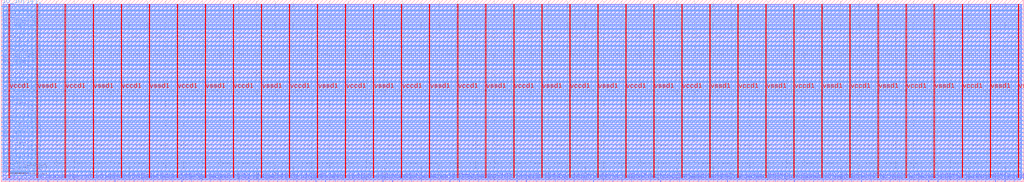
<source format=lef>
VERSION 5.7 ;
  NOWIREEXTENSIONATPIN ON ;
  DIVIDERCHAR "/" ;
  BUSBITCHARS "[]" ;
MACRO test_mixer
  CLASS BLOCK ;
  FOREIGN test_mixer ;
  ORIGIN 0.000 0.000 ;
  SIZE 2800.000 BY 500.000 ;
  PIN io_in[0]
    DIRECTION INPUT ;
    USE SIGNAL ;
    PORT
      LAYER met3 ;
        RECT 2796.000 25.880 2800.000 26.480 ;
    END
  END io_in[0]
  PIN io_in[10]
    DIRECTION INPUT ;
    USE SIGNAL ;
    PORT
      LAYER met3 ;
        RECT 2796.000 352.280 2800.000 352.880 ;
    END
  END io_in[10]
  PIN io_in[11]
    DIRECTION INPUT ;
    USE SIGNAL ;
    PORT
      LAYER met3 ;
        RECT 2796.000 384.920 2800.000 385.520 ;
    END
  END io_in[11]
  PIN io_in[12]
    DIRECTION INPUT ;
    USE SIGNAL ;
    PORT
      LAYER met3 ;
        RECT 2796.000 417.560 2800.000 418.160 ;
    END
  END io_in[12]
  PIN io_in[13]
    DIRECTION INPUT ;
    USE SIGNAL ;
    PORT
      LAYER met3 ;
        RECT 2796.000 450.200 2800.000 450.800 ;
    END
  END io_in[13]
  PIN io_in[14]
    DIRECTION INPUT ;
    USE SIGNAL ;
    PORT
      LAYER met3 ;
        RECT 0.000 481.480 4.000 482.080 ;
    END
  END io_in[14]
  PIN io_in[15]
    DIRECTION INPUT ;
    USE SIGNAL ;
    PORT
      LAYER met3 ;
        RECT 0.000 444.760 4.000 445.360 ;
    END
  END io_in[15]
  PIN io_in[16]
    DIRECTION INPUT ;
    USE SIGNAL ;
    PORT
      LAYER met3 ;
        RECT 0.000 408.040 4.000 408.640 ;
    END
  END io_in[16]
  PIN io_in[17]
    DIRECTION INPUT ;
    USE SIGNAL ;
    PORT
      LAYER met3 ;
        RECT 0.000 371.320 4.000 371.920 ;
    END
  END io_in[17]
  PIN io_in[18]
    DIRECTION INPUT ;
    USE SIGNAL ;
    PORT
      LAYER met3 ;
        RECT 0.000 334.600 4.000 335.200 ;
    END
  END io_in[18]
  PIN io_in[19]
    DIRECTION INPUT ;
    USE SIGNAL ;
    PORT
      LAYER met3 ;
        RECT 0.000 297.880 4.000 298.480 ;
    END
  END io_in[19]
  PIN io_in[1]
    DIRECTION INPUT ;
    USE SIGNAL ;
    PORT
      LAYER met3 ;
        RECT 2796.000 58.520 2800.000 59.120 ;
    END
  END io_in[1]
  PIN io_in[20]
    DIRECTION INPUT ;
    USE SIGNAL ;
    PORT
      LAYER met3 ;
        RECT 0.000 261.160 4.000 261.760 ;
    END
  END io_in[20]
  PIN io_in[21]
    DIRECTION INPUT ;
    USE SIGNAL ;
    PORT
      LAYER met3 ;
        RECT 0.000 224.440 4.000 225.040 ;
    END
  END io_in[21]
  PIN io_in[22]
    DIRECTION INPUT ;
    USE SIGNAL ;
    PORT
      LAYER met3 ;
        RECT 0.000 187.720 4.000 188.320 ;
    END
  END io_in[22]
  PIN io_in[23]
    DIRECTION INPUT ;
    USE SIGNAL ;
    PORT
      LAYER met3 ;
        RECT 0.000 151.000 4.000 151.600 ;
    END
  END io_in[23]
  PIN io_in[24]
    DIRECTION INPUT ;
    USE SIGNAL ;
    PORT
      LAYER met3 ;
        RECT 0.000 114.280 4.000 114.880 ;
    END
  END io_in[24]
  PIN io_in[25]
    DIRECTION INPUT ;
    USE SIGNAL ;
    PORT
      LAYER met3 ;
        RECT 0.000 77.560 4.000 78.160 ;
    END
  END io_in[25]
  PIN io_in[26]
    DIRECTION INPUT ;
    USE SIGNAL ;
    PORT
      LAYER met3 ;
        RECT 0.000 40.840 4.000 41.440 ;
    END
  END io_in[26]
  PIN io_in[2]
    DIRECTION INPUT ;
    USE SIGNAL ;
    PORT
      LAYER met3 ;
        RECT 2796.000 91.160 2800.000 91.760 ;
    END
  END io_in[2]
  PIN io_in[3]
    DIRECTION INPUT ;
    USE SIGNAL ;
    PORT
      LAYER met3 ;
        RECT 2796.000 123.800 2800.000 124.400 ;
    END
  END io_in[3]
  PIN io_in[4]
    DIRECTION INPUT ;
    USE SIGNAL ;
    PORT
      LAYER met3 ;
        RECT 2796.000 156.440 2800.000 157.040 ;
    END
  END io_in[4]
  PIN io_in[5]
    DIRECTION INPUT ;
    USE SIGNAL ;
    PORT
      LAYER met3 ;
        RECT 2796.000 189.080 2800.000 189.680 ;
    END
  END io_in[5]
  PIN io_in[6]
    DIRECTION INPUT ;
    USE SIGNAL ;
    PORT
      LAYER met3 ;
        RECT 2796.000 221.720 2800.000 222.320 ;
    END
  END io_in[6]
  PIN io_in[7]
    DIRECTION INPUT ;
    USE SIGNAL ;
    ANTENNAGATEAREA 0.990000 ;
    PORT
      LAYER met3 ;
        RECT 2796.000 254.360 2800.000 254.960 ;
    END
  END io_in[7]
  PIN io_in[8]
    DIRECTION INPUT ;
    USE SIGNAL ;
    PORT
      LAYER met3 ;
        RECT 2796.000 287.000 2800.000 287.600 ;
    END
  END io_in[8]
  PIN io_in[9]
    DIRECTION INPUT ;
    USE SIGNAL ;
    PORT
      LAYER met3 ;
        RECT 2796.000 319.640 2800.000 320.240 ;
    END
  END io_in[9]
  PIN io_oeb[0]
    DIRECTION OUTPUT TRISTATE ;
    USE SIGNAL ;
    PORT
      LAYER met3 ;
        RECT 2796.000 47.640 2800.000 48.240 ;
    END
  END io_oeb[0]
  PIN io_oeb[10]
    DIRECTION OUTPUT TRISTATE ;
    USE SIGNAL ;
    PORT
      LAYER met3 ;
        RECT 2796.000 374.040 2800.000 374.640 ;
    END
  END io_oeb[10]
  PIN io_oeb[11]
    DIRECTION OUTPUT TRISTATE ;
    USE SIGNAL ;
    PORT
      LAYER met3 ;
        RECT 2796.000 406.680 2800.000 407.280 ;
    END
  END io_oeb[11]
  PIN io_oeb[12]
    DIRECTION OUTPUT TRISTATE ;
    USE SIGNAL ;
    PORT
      LAYER met3 ;
        RECT 2796.000 439.320 2800.000 439.920 ;
    END
  END io_oeb[12]
  PIN io_oeb[13]
    DIRECTION OUTPUT TRISTATE ;
    USE SIGNAL ;
    PORT
      LAYER met3 ;
        RECT 2796.000 471.960 2800.000 472.560 ;
    END
  END io_oeb[13]
  PIN io_oeb[14]
    DIRECTION OUTPUT TRISTATE ;
    USE SIGNAL ;
    PORT
      LAYER met3 ;
        RECT 0.000 457.000 4.000 457.600 ;
    END
  END io_oeb[14]
  PIN io_oeb[15]
    DIRECTION OUTPUT TRISTATE ;
    USE SIGNAL ;
    PORT
      LAYER met3 ;
        RECT 0.000 420.280 4.000 420.880 ;
    END
  END io_oeb[15]
  PIN io_oeb[16]
    DIRECTION OUTPUT TRISTATE ;
    USE SIGNAL ;
    PORT
      LAYER met3 ;
        RECT 0.000 383.560 4.000 384.160 ;
    END
  END io_oeb[16]
  PIN io_oeb[17]
    DIRECTION OUTPUT TRISTATE ;
    USE SIGNAL ;
    PORT
      LAYER met3 ;
        RECT 0.000 346.840 4.000 347.440 ;
    END
  END io_oeb[17]
  PIN io_oeb[18]
    DIRECTION OUTPUT TRISTATE ;
    USE SIGNAL ;
    PORT
      LAYER met3 ;
        RECT 0.000 310.120 4.000 310.720 ;
    END
  END io_oeb[18]
  PIN io_oeb[19]
    DIRECTION OUTPUT TRISTATE ;
    USE SIGNAL ;
    PORT
      LAYER met3 ;
        RECT 0.000 273.400 4.000 274.000 ;
    END
  END io_oeb[19]
  PIN io_oeb[1]
    DIRECTION OUTPUT TRISTATE ;
    USE SIGNAL ;
    PORT
      LAYER met3 ;
        RECT 2796.000 80.280 2800.000 80.880 ;
    END
  END io_oeb[1]
  PIN io_oeb[20]
    DIRECTION OUTPUT TRISTATE ;
    USE SIGNAL ;
    PORT
      LAYER met3 ;
        RECT 0.000 236.680 4.000 237.280 ;
    END
  END io_oeb[20]
  PIN io_oeb[21]
    DIRECTION OUTPUT TRISTATE ;
    USE SIGNAL ;
    PORT
      LAYER met3 ;
        RECT 0.000 199.960 4.000 200.560 ;
    END
  END io_oeb[21]
  PIN io_oeb[22]
    DIRECTION OUTPUT TRISTATE ;
    USE SIGNAL ;
    PORT
      LAYER met3 ;
        RECT 0.000 163.240 4.000 163.840 ;
    END
  END io_oeb[22]
  PIN io_oeb[23]
    DIRECTION OUTPUT TRISTATE ;
    USE SIGNAL ;
    PORT
      LAYER met3 ;
        RECT 0.000 126.520 4.000 127.120 ;
    END
  END io_oeb[23]
  PIN io_oeb[24]
    DIRECTION OUTPUT TRISTATE ;
    USE SIGNAL ;
    PORT
      LAYER met3 ;
        RECT 0.000 89.800 4.000 90.400 ;
    END
  END io_oeb[24]
  PIN io_oeb[25]
    DIRECTION OUTPUT TRISTATE ;
    USE SIGNAL ;
    PORT
      LAYER met3 ;
        RECT 0.000 53.080 4.000 53.680 ;
    END
  END io_oeb[25]
  PIN io_oeb[26]
    DIRECTION OUTPUT TRISTATE ;
    USE SIGNAL ;
    PORT
      LAYER met3 ;
        RECT 0.000 16.360 4.000 16.960 ;
    END
  END io_oeb[26]
  PIN io_oeb[2]
    DIRECTION OUTPUT TRISTATE ;
    USE SIGNAL ;
    PORT
      LAYER met3 ;
        RECT 2796.000 112.920 2800.000 113.520 ;
    END
  END io_oeb[2]
  PIN io_oeb[3]
    DIRECTION OUTPUT TRISTATE ;
    USE SIGNAL ;
    PORT
      LAYER met3 ;
        RECT 2796.000 145.560 2800.000 146.160 ;
    END
  END io_oeb[3]
  PIN io_oeb[4]
    DIRECTION OUTPUT TRISTATE ;
    USE SIGNAL ;
    PORT
      LAYER met3 ;
        RECT 2796.000 178.200 2800.000 178.800 ;
    END
  END io_oeb[4]
  PIN io_oeb[5]
    DIRECTION OUTPUT TRISTATE ;
    USE SIGNAL ;
    PORT
      LAYER met3 ;
        RECT 2796.000 210.840 2800.000 211.440 ;
    END
  END io_oeb[5]
  PIN io_oeb[6]
    DIRECTION OUTPUT TRISTATE ;
    USE SIGNAL ;
    PORT
      LAYER met3 ;
        RECT 2796.000 243.480 2800.000 244.080 ;
    END
  END io_oeb[6]
  PIN io_oeb[7]
    DIRECTION OUTPUT TRISTATE ;
    USE SIGNAL ;
    PORT
      LAYER met3 ;
        RECT 2796.000 276.120 2800.000 276.720 ;
    END
  END io_oeb[7]
  PIN io_oeb[8]
    DIRECTION OUTPUT TRISTATE ;
    USE SIGNAL ;
    PORT
      LAYER met3 ;
        RECT 2796.000 308.760 2800.000 309.360 ;
    END
  END io_oeb[8]
  PIN io_oeb[9]
    DIRECTION OUTPUT TRISTATE ;
    USE SIGNAL ;
    PORT
      LAYER met3 ;
        RECT 2796.000 341.400 2800.000 342.000 ;
    END
  END io_oeb[9]
  PIN io_out[0]
    DIRECTION OUTPUT TRISTATE ;
    USE SIGNAL ;
    PORT
      LAYER met3 ;
        RECT 2796.000 36.760 2800.000 37.360 ;
    END
  END io_out[0]
  PIN io_out[10]
    DIRECTION OUTPUT TRISTATE ;
    USE SIGNAL ;
    PORT
      LAYER met3 ;
        RECT 2796.000 363.160 2800.000 363.760 ;
    END
  END io_out[10]
  PIN io_out[11]
    DIRECTION OUTPUT TRISTATE ;
    USE SIGNAL ;
    PORT
      LAYER met3 ;
        RECT 2796.000 395.800 2800.000 396.400 ;
    END
  END io_out[11]
  PIN io_out[12]
    DIRECTION OUTPUT TRISTATE ;
    USE SIGNAL ;
    PORT
      LAYER met3 ;
        RECT 2796.000 428.440 2800.000 429.040 ;
    END
  END io_out[12]
  PIN io_out[13]
    DIRECTION OUTPUT TRISTATE ;
    USE SIGNAL ;
    PORT
      LAYER met3 ;
        RECT 2796.000 461.080 2800.000 461.680 ;
    END
  END io_out[13]
  PIN io_out[14]
    DIRECTION OUTPUT TRISTATE ;
    USE SIGNAL ;
    PORT
      LAYER met3 ;
        RECT 0.000 469.240 4.000 469.840 ;
    END
  END io_out[14]
  PIN io_out[15]
    DIRECTION OUTPUT TRISTATE ;
    USE SIGNAL ;
    PORT
      LAYER met3 ;
        RECT 0.000 432.520 4.000 433.120 ;
    END
  END io_out[15]
  PIN io_out[16]
    DIRECTION OUTPUT TRISTATE ;
    USE SIGNAL ;
    PORT
      LAYER met3 ;
        RECT 0.000 395.800 4.000 396.400 ;
    END
  END io_out[16]
  PIN io_out[17]
    DIRECTION OUTPUT TRISTATE ;
    USE SIGNAL ;
    PORT
      LAYER met3 ;
        RECT 0.000 359.080 4.000 359.680 ;
    END
  END io_out[17]
  PIN io_out[18]
    DIRECTION OUTPUT TRISTATE ;
    USE SIGNAL ;
    PORT
      LAYER met3 ;
        RECT 0.000 322.360 4.000 322.960 ;
    END
  END io_out[18]
  PIN io_out[19]
    DIRECTION OUTPUT TRISTATE ;
    USE SIGNAL ;
    PORT
      LAYER met3 ;
        RECT 0.000 285.640 4.000 286.240 ;
    END
  END io_out[19]
  PIN io_out[1]
    DIRECTION OUTPUT TRISTATE ;
    USE SIGNAL ;
    PORT
      LAYER met3 ;
        RECT 2796.000 69.400 2800.000 70.000 ;
    END
  END io_out[1]
  PIN io_out[20]
    DIRECTION OUTPUT TRISTATE ;
    USE SIGNAL ;
    PORT
      LAYER met3 ;
        RECT 0.000 248.920 4.000 249.520 ;
    END
  END io_out[20]
  PIN io_out[21]
    DIRECTION OUTPUT TRISTATE ;
    USE SIGNAL ;
    PORT
      LAYER met3 ;
        RECT 0.000 212.200 4.000 212.800 ;
    END
  END io_out[21]
  PIN io_out[22]
    DIRECTION OUTPUT TRISTATE ;
    USE SIGNAL ;
    PORT
      LAYER met3 ;
        RECT 0.000 175.480 4.000 176.080 ;
    END
  END io_out[22]
  PIN io_out[23]
    DIRECTION OUTPUT TRISTATE ;
    USE SIGNAL ;
    PORT
      LAYER met3 ;
        RECT 0.000 138.760 4.000 139.360 ;
    END
  END io_out[23]
  PIN io_out[24]
    DIRECTION OUTPUT TRISTATE ;
    USE SIGNAL ;
    ANTENNADIFFAREA 2.673000 ;
    PORT
      LAYER met3 ;
        RECT 0.000 102.040 4.000 102.640 ;
    END
  END io_out[24]
  PIN io_out[25]
    DIRECTION OUTPUT TRISTATE ;
    USE SIGNAL ;
    PORT
      LAYER met3 ;
        RECT 0.000 65.320 4.000 65.920 ;
    END
  END io_out[25]
  PIN io_out[26]
    DIRECTION OUTPUT TRISTATE ;
    USE SIGNAL ;
    PORT
      LAYER met3 ;
        RECT 0.000 28.600 4.000 29.200 ;
    END
  END io_out[26]
  PIN io_out[2]
    DIRECTION OUTPUT TRISTATE ;
    USE SIGNAL ;
    PORT
      LAYER met3 ;
        RECT 2796.000 102.040 2800.000 102.640 ;
    END
  END io_out[2]
  PIN io_out[3]
    DIRECTION OUTPUT TRISTATE ;
    USE SIGNAL ;
    PORT
      LAYER met3 ;
        RECT 2796.000 134.680 2800.000 135.280 ;
    END
  END io_out[3]
  PIN io_out[4]
    DIRECTION OUTPUT TRISTATE ;
    USE SIGNAL ;
    PORT
      LAYER met3 ;
        RECT 2796.000 167.320 2800.000 167.920 ;
    END
  END io_out[4]
  PIN io_out[5]
    DIRECTION OUTPUT TRISTATE ;
    USE SIGNAL ;
    PORT
      LAYER met3 ;
        RECT 2796.000 199.960 2800.000 200.560 ;
    END
  END io_out[5]
  PIN io_out[6]
    DIRECTION OUTPUT TRISTATE ;
    USE SIGNAL ;
    PORT
      LAYER met3 ;
        RECT 2796.000 232.600 2800.000 233.200 ;
    END
  END io_out[6]
  PIN io_out[7]
    DIRECTION OUTPUT TRISTATE ;
    USE SIGNAL ;
    PORT
      LAYER met3 ;
        RECT 2796.000 265.240 2800.000 265.840 ;
    END
  END io_out[7]
  PIN io_out[8]
    DIRECTION OUTPUT TRISTATE ;
    USE SIGNAL ;
    PORT
      LAYER met3 ;
        RECT 2796.000 297.880 2800.000 298.480 ;
    END
  END io_out[8]
  PIN io_out[9]
    DIRECTION OUTPUT TRISTATE ;
    USE SIGNAL ;
    PORT
      LAYER met3 ;
        RECT 2796.000 330.520 2800.000 331.120 ;
    END
  END io_out[9]
  PIN vccd1
    DIRECTION INOUT ;
    USE POWER ;
    PORT
      LAYER met4 ;
        RECT 21.040 10.640 22.640 487.120 ;
    END
    PORT
      LAYER met4 ;
        RECT 174.640 10.640 176.240 487.120 ;
    END
    PORT
      LAYER met4 ;
        RECT 328.240 10.640 329.840 487.120 ;
    END
    PORT
      LAYER met4 ;
        RECT 481.840 10.640 483.440 487.120 ;
    END
    PORT
      LAYER met4 ;
        RECT 635.440 10.640 637.040 487.120 ;
    END
    PORT
      LAYER met4 ;
        RECT 789.040 10.640 790.640 487.120 ;
    END
    PORT
      LAYER met4 ;
        RECT 942.640 10.640 944.240 487.120 ;
    END
    PORT
      LAYER met4 ;
        RECT 1096.240 10.640 1097.840 487.120 ;
    END
    PORT
      LAYER met4 ;
        RECT 1249.840 10.640 1251.440 487.120 ;
    END
    PORT
      LAYER met4 ;
        RECT 1403.440 10.640 1405.040 487.120 ;
    END
    PORT
      LAYER met4 ;
        RECT 1557.040 10.640 1558.640 487.120 ;
    END
    PORT
      LAYER met4 ;
        RECT 1710.640 10.640 1712.240 487.120 ;
    END
    PORT
      LAYER met4 ;
        RECT 1864.240 10.640 1865.840 487.120 ;
    END
    PORT
      LAYER met4 ;
        RECT 2017.840 10.640 2019.440 487.120 ;
    END
    PORT
      LAYER met4 ;
        RECT 2171.440 10.640 2173.040 487.120 ;
    END
    PORT
      LAYER met4 ;
        RECT 2325.040 10.640 2326.640 487.120 ;
    END
    PORT
      LAYER met4 ;
        RECT 2478.640 10.640 2480.240 487.120 ;
    END
    PORT
      LAYER met4 ;
        RECT 2632.240 10.640 2633.840 487.120 ;
    END
    PORT
      LAYER met4 ;
        RECT 2785.840 10.640 2787.440 487.120 ;
    END
  END vccd1
  PIN vssd1
    DIRECTION INOUT ;
    USE GROUND ;
    PORT
      LAYER met4 ;
        RECT 97.840 10.640 99.440 487.120 ;
    END
    PORT
      LAYER met4 ;
        RECT 251.440 10.640 253.040 487.120 ;
    END
    PORT
      LAYER met4 ;
        RECT 405.040 10.640 406.640 487.120 ;
    END
    PORT
      LAYER met4 ;
        RECT 558.640 10.640 560.240 487.120 ;
    END
    PORT
      LAYER met4 ;
        RECT 712.240 10.640 713.840 487.120 ;
    END
    PORT
      LAYER met4 ;
        RECT 865.840 10.640 867.440 487.120 ;
    END
    PORT
      LAYER met4 ;
        RECT 1019.440 10.640 1021.040 487.120 ;
    END
    PORT
      LAYER met4 ;
        RECT 1173.040 10.640 1174.640 487.120 ;
    END
    PORT
      LAYER met4 ;
        RECT 1326.640 10.640 1328.240 487.120 ;
    END
    PORT
      LAYER met4 ;
        RECT 1480.240 10.640 1481.840 487.120 ;
    END
    PORT
      LAYER met4 ;
        RECT 1633.840 10.640 1635.440 487.120 ;
    END
    PORT
      LAYER met4 ;
        RECT 1787.440 10.640 1789.040 487.120 ;
    END
    PORT
      LAYER met4 ;
        RECT 1941.040 10.640 1942.640 487.120 ;
    END
    PORT
      LAYER met4 ;
        RECT 2094.640 10.640 2096.240 487.120 ;
    END
    PORT
      LAYER met4 ;
        RECT 2248.240 10.640 2249.840 487.120 ;
    END
    PORT
      LAYER met4 ;
        RECT 2401.840 10.640 2403.440 487.120 ;
    END
    PORT
      LAYER met4 ;
        RECT 2555.440 10.640 2557.040 487.120 ;
    END
    PORT
      LAYER met4 ;
        RECT 2709.040 10.640 2710.640 487.120 ;
    END
  END vssd1
  PIN wb_clk_i
    DIRECTION INPUT ;
    USE SIGNAL ;
    ANTENNAGATEAREA 0.852000 ;
    ANTENNADIFFAREA 0.434700 ;
    PORT
      LAYER met2 ;
        RECT 23.090 0.000 23.370 4.000 ;
    END
  END wb_clk_i
  PIN wb_rst_i
    DIRECTION INPUT ;
    USE SIGNAL ;
    ANTENNAGATEAREA 0.426000 ;
    PORT
      LAYER met2 ;
        RECT 49.310 0.000 49.590 4.000 ;
    END
  END wb_rst_i
  PIN wbs_ack_o
    DIRECTION OUTPUT TRISTATE ;
    USE SIGNAL ;
    ANTENNADIFFAREA 2.673000 ;
    PORT
      LAYER met2 ;
        RECT 75.530 0.000 75.810 4.000 ;
    END
  END wbs_ack_o
  PIN wbs_adr_i[0]
    DIRECTION INPUT ;
    USE SIGNAL ;
    ANTENNAGATEAREA 0.159000 ;
    PORT
      LAYER met2 ;
        RECT 180.410 0.000 180.690 4.000 ;
    END
  END wbs_adr_i[0]
  PIN wbs_adr_i[10]
    DIRECTION INPUT ;
    USE SIGNAL ;
    ANTENNAGATEAREA 0.196500 ;
    PORT
      LAYER met2 ;
        RECT 1071.890 0.000 1072.170 4.000 ;
    END
  END wbs_adr_i[10]
  PIN wbs_adr_i[11]
    DIRECTION INPUT ;
    USE SIGNAL ;
    ANTENNAGATEAREA 0.126000 ;
    PORT
      LAYER met2 ;
        RECT 1150.550 0.000 1150.830 4.000 ;
    END
  END wbs_adr_i[11]
  PIN wbs_adr_i[12]
    DIRECTION INPUT ;
    USE SIGNAL ;
    ANTENNAGATEAREA 0.196500 ;
    PORT
      LAYER met2 ;
        RECT 1229.210 0.000 1229.490 4.000 ;
    END
  END wbs_adr_i[12]
  PIN wbs_adr_i[13]
    DIRECTION INPUT ;
    USE SIGNAL ;
    ANTENNAGATEAREA 0.126000 ;
    PORT
      LAYER met2 ;
        RECT 1307.870 0.000 1308.150 4.000 ;
    END
  END wbs_adr_i[13]
  PIN wbs_adr_i[14]
    DIRECTION INPUT ;
    USE SIGNAL ;
    ANTENNAGATEAREA 0.196500 ;
    PORT
      LAYER met2 ;
        RECT 1386.530 0.000 1386.810 4.000 ;
    END
  END wbs_adr_i[14]
  PIN wbs_adr_i[15]
    DIRECTION INPUT ;
    USE SIGNAL ;
    ANTENNAGATEAREA 0.126000 ;
    PORT
      LAYER met2 ;
        RECT 1465.190 0.000 1465.470 4.000 ;
    END
  END wbs_adr_i[15]
  PIN wbs_adr_i[16]
    DIRECTION INPUT ;
    USE SIGNAL ;
    ANTENNAGATEAREA 0.196500 ;
    PORT
      LAYER met2 ;
        RECT 1543.850 0.000 1544.130 4.000 ;
    END
  END wbs_adr_i[16]
  PIN wbs_adr_i[17]
    DIRECTION INPUT ;
    USE SIGNAL ;
    ANTENNAGATEAREA 0.196500 ;
    PORT
      LAYER met2 ;
        RECT 1622.510 0.000 1622.790 4.000 ;
    END
  END wbs_adr_i[17]
  PIN wbs_adr_i[18]
    DIRECTION INPUT ;
    USE SIGNAL ;
    ANTENNAGATEAREA 0.196500 ;
    PORT
      LAYER met2 ;
        RECT 1701.170 0.000 1701.450 4.000 ;
    END
  END wbs_adr_i[18]
  PIN wbs_adr_i[19]
    DIRECTION INPUT ;
    USE SIGNAL ;
    ANTENNAGATEAREA 0.126000 ;
    PORT
      LAYER met2 ;
        RECT 1779.830 0.000 1780.110 4.000 ;
    END
  END wbs_adr_i[19]
  PIN wbs_adr_i[1]
    DIRECTION INPUT ;
    USE SIGNAL ;
    ANTENNAGATEAREA 0.126000 ;
    PORT
      LAYER met2 ;
        RECT 285.290 0.000 285.570 4.000 ;
    END
  END wbs_adr_i[1]
  PIN wbs_adr_i[20]
    DIRECTION INPUT ;
    USE SIGNAL ;
    ANTENNAGATEAREA 0.196500 ;
    PORT
      LAYER met2 ;
        RECT 1858.490 0.000 1858.770 4.000 ;
    END
  END wbs_adr_i[20]
  PIN wbs_adr_i[21]
    DIRECTION INPUT ;
    USE SIGNAL ;
    ANTENNAGATEAREA 0.196500 ;
    PORT
      LAYER met2 ;
        RECT 1937.150 0.000 1937.430 4.000 ;
    END
  END wbs_adr_i[21]
  PIN wbs_adr_i[22]
    DIRECTION INPUT ;
    USE SIGNAL ;
    ANTENNAGATEAREA 0.196500 ;
    PORT
      LAYER met2 ;
        RECT 2015.810 0.000 2016.090 4.000 ;
    END
  END wbs_adr_i[22]
  PIN wbs_adr_i[23]
    DIRECTION INPUT ;
    USE SIGNAL ;
    ANTENNAGATEAREA 0.126000 ;
    PORT
      LAYER met2 ;
        RECT 2094.470 0.000 2094.750 4.000 ;
    END
  END wbs_adr_i[23]
  PIN wbs_adr_i[24]
    DIRECTION INPUT ;
    USE SIGNAL ;
    ANTENNAGATEAREA 0.196500 ;
    PORT
      LAYER met2 ;
        RECT 2173.130 0.000 2173.410 4.000 ;
    END
  END wbs_adr_i[24]
  PIN wbs_adr_i[25]
    DIRECTION INPUT ;
    USE SIGNAL ;
    ANTENNAGATEAREA 0.196500 ;
    PORT
      LAYER met2 ;
        RECT 2251.790 0.000 2252.070 4.000 ;
    END
  END wbs_adr_i[25]
  PIN wbs_adr_i[26]
    DIRECTION INPUT ;
    USE SIGNAL ;
    ANTENNAGATEAREA 0.196500 ;
    PORT
      LAYER met2 ;
        RECT 2330.450 0.000 2330.730 4.000 ;
    END
  END wbs_adr_i[26]
  PIN wbs_adr_i[27]
    DIRECTION INPUT ;
    USE SIGNAL ;
    ANTENNAGATEAREA 0.126000 ;
    PORT
      LAYER met2 ;
        RECT 2409.110 0.000 2409.390 4.000 ;
    END
  END wbs_adr_i[27]
  PIN wbs_adr_i[28]
    DIRECTION INPUT ;
    USE SIGNAL ;
    ANTENNAGATEAREA 0.196500 ;
    PORT
      LAYER met2 ;
        RECT 2487.770 0.000 2488.050 4.000 ;
    END
  END wbs_adr_i[28]
  PIN wbs_adr_i[29]
    DIRECTION INPUT ;
    USE SIGNAL ;
    ANTENNAGATEAREA 0.196500 ;
    PORT
      LAYER met2 ;
        RECT 2566.430 0.000 2566.710 4.000 ;
    END
  END wbs_adr_i[29]
  PIN wbs_adr_i[2]
    DIRECTION INPUT ;
    USE SIGNAL ;
    ANTENNAGATEAREA 0.126000 ;
    PORT
      LAYER met2 ;
        RECT 390.170 0.000 390.450 4.000 ;
    END
  END wbs_adr_i[2]
  PIN wbs_adr_i[30]
    DIRECTION INPUT ;
    USE SIGNAL ;
    ANTENNAGATEAREA 0.196500 ;
    PORT
      LAYER met2 ;
        RECT 2645.090 0.000 2645.370 4.000 ;
    END
  END wbs_adr_i[30]
  PIN wbs_adr_i[31]
    DIRECTION INPUT ;
    USE SIGNAL ;
    ANTENNAGATEAREA 0.126000 ;
    PORT
      LAYER met2 ;
        RECT 2723.750 0.000 2724.030 4.000 ;
    END
  END wbs_adr_i[31]
  PIN wbs_adr_i[3]
    DIRECTION INPUT ;
    USE SIGNAL ;
    ANTENNAGATEAREA 0.126000 ;
    PORT
      LAYER met2 ;
        RECT 495.050 0.000 495.330 4.000 ;
    END
  END wbs_adr_i[3]
  PIN wbs_adr_i[4]
    DIRECTION INPUT ;
    USE SIGNAL ;
    ANTENNAGATEAREA 0.213000 ;
    PORT
      LAYER met2 ;
        RECT 599.930 0.000 600.210 4.000 ;
    END
  END wbs_adr_i[4]
  PIN wbs_adr_i[5]
    DIRECTION INPUT ;
    USE SIGNAL ;
    ANTENNAGATEAREA 0.126000 ;
    PORT
      LAYER met2 ;
        RECT 678.590 0.000 678.870 4.000 ;
    END
  END wbs_adr_i[5]
  PIN wbs_adr_i[6]
    DIRECTION INPUT ;
    USE SIGNAL ;
    ANTENNAGATEAREA 0.126000 ;
    PORT
      LAYER met2 ;
        RECT 757.250 0.000 757.530 4.000 ;
    END
  END wbs_adr_i[6]
  PIN wbs_adr_i[7]
    DIRECTION INPUT ;
    USE SIGNAL ;
    ANTENNAGATEAREA 0.196500 ;
    PORT
      LAYER met2 ;
        RECT 835.910 0.000 836.190 4.000 ;
    END
  END wbs_adr_i[7]
  PIN wbs_adr_i[8]
    DIRECTION INPUT ;
    USE SIGNAL ;
    ANTENNAGATEAREA 0.196500 ;
    PORT
      LAYER met2 ;
        RECT 914.570 0.000 914.850 4.000 ;
    END
  END wbs_adr_i[8]
  PIN wbs_adr_i[9]
    DIRECTION INPUT ;
    USE SIGNAL ;
    ANTENNAGATEAREA 0.126000 ;
    PORT
      LAYER met2 ;
        RECT 993.230 0.000 993.510 4.000 ;
    END
  END wbs_adr_i[9]
  PIN wbs_cyc_i
    DIRECTION INPUT ;
    USE SIGNAL ;
    ANTENNAGATEAREA 0.247500 ;
    PORT
      LAYER met2 ;
        RECT 101.750 0.000 102.030 4.000 ;
    END
  END wbs_cyc_i
  PIN wbs_dat_i[0]
    DIRECTION INPUT ;
    USE SIGNAL ;
    ANTENNAGATEAREA 0.126000 ;
    PORT
      LAYER met2 ;
        RECT 206.630 0.000 206.910 4.000 ;
    END
  END wbs_dat_i[0]
  PIN wbs_dat_i[10]
    DIRECTION INPUT ;
    USE SIGNAL ;
    PORT
      LAYER met2 ;
        RECT 1098.110 0.000 1098.390 4.000 ;
    END
  END wbs_dat_i[10]
  PIN wbs_dat_i[11]
    DIRECTION INPUT ;
    USE SIGNAL ;
    PORT
      LAYER met2 ;
        RECT 1176.770 0.000 1177.050 4.000 ;
    END
  END wbs_dat_i[11]
  PIN wbs_dat_i[12]
    DIRECTION INPUT ;
    USE SIGNAL ;
    PORT
      LAYER met2 ;
        RECT 1255.430 0.000 1255.710 4.000 ;
    END
  END wbs_dat_i[12]
  PIN wbs_dat_i[13]
    DIRECTION INPUT ;
    USE SIGNAL ;
    PORT
      LAYER met2 ;
        RECT 1334.090 0.000 1334.370 4.000 ;
    END
  END wbs_dat_i[13]
  PIN wbs_dat_i[14]
    DIRECTION INPUT ;
    USE SIGNAL ;
    PORT
      LAYER met2 ;
        RECT 1412.750 0.000 1413.030 4.000 ;
    END
  END wbs_dat_i[14]
  PIN wbs_dat_i[15]
    DIRECTION INPUT ;
    USE SIGNAL ;
    PORT
      LAYER met2 ;
        RECT 1491.410 0.000 1491.690 4.000 ;
    END
  END wbs_dat_i[15]
  PIN wbs_dat_i[16]
    DIRECTION INPUT ;
    USE SIGNAL ;
    PORT
      LAYER met2 ;
        RECT 1570.070 0.000 1570.350 4.000 ;
    END
  END wbs_dat_i[16]
  PIN wbs_dat_i[17]
    DIRECTION INPUT ;
    USE SIGNAL ;
    PORT
      LAYER met2 ;
        RECT 1648.730 0.000 1649.010 4.000 ;
    END
  END wbs_dat_i[17]
  PIN wbs_dat_i[18]
    DIRECTION INPUT ;
    USE SIGNAL ;
    PORT
      LAYER met2 ;
        RECT 1727.390 0.000 1727.670 4.000 ;
    END
  END wbs_dat_i[18]
  PIN wbs_dat_i[19]
    DIRECTION INPUT ;
    USE SIGNAL ;
    PORT
      LAYER met2 ;
        RECT 1806.050 0.000 1806.330 4.000 ;
    END
  END wbs_dat_i[19]
  PIN wbs_dat_i[1]
    DIRECTION INPUT ;
    USE SIGNAL ;
    ANTENNAGATEAREA 0.126000 ;
    PORT
      LAYER met2 ;
        RECT 311.510 0.000 311.790 4.000 ;
    END
  END wbs_dat_i[1]
  PIN wbs_dat_i[20]
    DIRECTION INPUT ;
    USE SIGNAL ;
    PORT
      LAYER met2 ;
        RECT 1884.710 0.000 1884.990 4.000 ;
    END
  END wbs_dat_i[20]
  PIN wbs_dat_i[21]
    DIRECTION INPUT ;
    USE SIGNAL ;
    PORT
      LAYER met2 ;
        RECT 1963.370 0.000 1963.650 4.000 ;
    END
  END wbs_dat_i[21]
  PIN wbs_dat_i[22]
    DIRECTION INPUT ;
    USE SIGNAL ;
    PORT
      LAYER met2 ;
        RECT 2042.030 0.000 2042.310 4.000 ;
    END
  END wbs_dat_i[22]
  PIN wbs_dat_i[23]
    DIRECTION INPUT ;
    USE SIGNAL ;
    PORT
      LAYER met2 ;
        RECT 2120.690 0.000 2120.970 4.000 ;
    END
  END wbs_dat_i[23]
  PIN wbs_dat_i[24]
    DIRECTION INPUT ;
    USE SIGNAL ;
    PORT
      LAYER met2 ;
        RECT 2199.350 0.000 2199.630 4.000 ;
    END
  END wbs_dat_i[24]
  PIN wbs_dat_i[25]
    DIRECTION INPUT ;
    USE SIGNAL ;
    PORT
      LAYER met2 ;
        RECT 2278.010 0.000 2278.290 4.000 ;
    END
  END wbs_dat_i[25]
  PIN wbs_dat_i[26]
    DIRECTION INPUT ;
    USE SIGNAL ;
    PORT
      LAYER met2 ;
        RECT 2356.670 0.000 2356.950 4.000 ;
    END
  END wbs_dat_i[26]
  PIN wbs_dat_i[27]
    DIRECTION INPUT ;
    USE SIGNAL ;
    PORT
      LAYER met2 ;
        RECT 2435.330 0.000 2435.610 4.000 ;
    END
  END wbs_dat_i[27]
  PIN wbs_dat_i[28]
    DIRECTION INPUT ;
    USE SIGNAL ;
    PORT
      LAYER met2 ;
        RECT 2513.990 0.000 2514.270 4.000 ;
    END
  END wbs_dat_i[28]
  PIN wbs_dat_i[29]
    DIRECTION INPUT ;
    USE SIGNAL ;
    PORT
      LAYER met2 ;
        RECT 2592.650 0.000 2592.930 4.000 ;
    END
  END wbs_dat_i[29]
  PIN wbs_dat_i[2]
    DIRECTION INPUT ;
    USE SIGNAL ;
    ANTENNAGATEAREA 0.126000 ;
    PORT
      LAYER met2 ;
        RECT 416.390 0.000 416.670 4.000 ;
    END
  END wbs_dat_i[2]
  PIN wbs_dat_i[30]
    DIRECTION INPUT ;
    USE SIGNAL ;
    PORT
      LAYER met2 ;
        RECT 2671.310 0.000 2671.590 4.000 ;
    END
  END wbs_dat_i[30]
  PIN wbs_dat_i[31]
    DIRECTION INPUT ;
    USE SIGNAL ;
    PORT
      LAYER met2 ;
        RECT 2749.970 0.000 2750.250 4.000 ;
    END
  END wbs_dat_i[31]
  PIN wbs_dat_i[3]
    DIRECTION INPUT ;
    USE SIGNAL ;
    ANTENNAGATEAREA 0.126000 ;
    PORT
      LAYER met2 ;
        RECT 521.270 0.000 521.550 4.000 ;
    END
  END wbs_dat_i[3]
  PIN wbs_dat_i[4]
    DIRECTION INPUT ;
    USE SIGNAL ;
    ANTENNAGATEAREA 0.126000 ;
    PORT
      LAYER met2 ;
        RECT 626.150 0.000 626.430 4.000 ;
    END
  END wbs_dat_i[4]
  PIN wbs_dat_i[5]
    DIRECTION INPUT ;
    USE SIGNAL ;
    ANTENNAGATEAREA 0.126000 ;
    PORT
      LAYER met2 ;
        RECT 704.810 0.000 705.090 4.000 ;
    END
  END wbs_dat_i[5]
  PIN wbs_dat_i[6]
    DIRECTION INPUT ;
    USE SIGNAL ;
    ANTENNAGATEAREA 0.126000 ;
    PORT
      LAYER met2 ;
        RECT 783.470 0.000 783.750 4.000 ;
    END
  END wbs_dat_i[6]
  PIN wbs_dat_i[7]
    DIRECTION INPUT ;
    USE SIGNAL ;
    ANTENNAGATEAREA 0.126000 ;
    PORT
      LAYER met2 ;
        RECT 862.130 0.000 862.410 4.000 ;
    END
  END wbs_dat_i[7]
  PIN wbs_dat_i[8]
    DIRECTION INPUT ;
    USE SIGNAL ;
    PORT
      LAYER met2 ;
        RECT 940.790 0.000 941.070 4.000 ;
    END
  END wbs_dat_i[8]
  PIN wbs_dat_i[9]
    DIRECTION INPUT ;
    USE SIGNAL ;
    PORT
      LAYER met2 ;
        RECT 1019.450 0.000 1019.730 4.000 ;
    END
  END wbs_dat_i[9]
  PIN wbs_dat_o[0]
    DIRECTION OUTPUT TRISTATE ;
    USE SIGNAL ;
    ANTENNADIFFAREA 2.673000 ;
    PORT
      LAYER met2 ;
        RECT 232.850 0.000 233.130 4.000 ;
    END
  END wbs_dat_o[0]
  PIN wbs_dat_o[10]
    DIRECTION OUTPUT TRISTATE ;
    USE SIGNAL ;
    ANTENNADIFFAREA 2.673000 ;
    PORT
      LAYER met2 ;
        RECT 1124.330 0.000 1124.610 4.000 ;
    END
  END wbs_dat_o[10]
  PIN wbs_dat_o[11]
    DIRECTION OUTPUT TRISTATE ;
    USE SIGNAL ;
    ANTENNADIFFAREA 2.673000 ;
    PORT
      LAYER met2 ;
        RECT 1202.990 0.000 1203.270 4.000 ;
    END
  END wbs_dat_o[11]
  PIN wbs_dat_o[12]
    DIRECTION OUTPUT TRISTATE ;
    USE SIGNAL ;
    ANTENNADIFFAREA 2.673000 ;
    PORT
      LAYER met2 ;
        RECT 1281.650 0.000 1281.930 4.000 ;
    END
  END wbs_dat_o[12]
  PIN wbs_dat_o[13]
    DIRECTION OUTPUT TRISTATE ;
    USE SIGNAL ;
    ANTENNADIFFAREA 2.673000 ;
    PORT
      LAYER met2 ;
        RECT 1360.310 0.000 1360.590 4.000 ;
    END
  END wbs_dat_o[13]
  PIN wbs_dat_o[14]
    DIRECTION OUTPUT TRISTATE ;
    USE SIGNAL ;
    ANTENNADIFFAREA 2.673000 ;
    PORT
      LAYER met2 ;
        RECT 1438.970 0.000 1439.250 4.000 ;
    END
  END wbs_dat_o[14]
  PIN wbs_dat_o[15]
    DIRECTION OUTPUT TRISTATE ;
    USE SIGNAL ;
    ANTENNADIFFAREA 2.673000 ;
    PORT
      LAYER met2 ;
        RECT 1517.630 0.000 1517.910 4.000 ;
    END
  END wbs_dat_o[15]
  PIN wbs_dat_o[16]
    DIRECTION OUTPUT TRISTATE ;
    USE SIGNAL ;
    ANTENNADIFFAREA 2.673000 ;
    PORT
      LAYER met2 ;
        RECT 1596.290 0.000 1596.570 4.000 ;
    END
  END wbs_dat_o[16]
  PIN wbs_dat_o[17]
    DIRECTION OUTPUT TRISTATE ;
    USE SIGNAL ;
    ANTENNADIFFAREA 2.673000 ;
    PORT
      LAYER met2 ;
        RECT 1674.950 0.000 1675.230 4.000 ;
    END
  END wbs_dat_o[17]
  PIN wbs_dat_o[18]
    DIRECTION OUTPUT TRISTATE ;
    USE SIGNAL ;
    ANTENNADIFFAREA 2.673000 ;
    PORT
      LAYER met2 ;
        RECT 1753.610 0.000 1753.890 4.000 ;
    END
  END wbs_dat_o[18]
  PIN wbs_dat_o[19]
    DIRECTION OUTPUT TRISTATE ;
    USE SIGNAL ;
    ANTENNADIFFAREA 2.673000 ;
    PORT
      LAYER met2 ;
        RECT 1832.270 0.000 1832.550 4.000 ;
    END
  END wbs_dat_o[19]
  PIN wbs_dat_o[1]
    DIRECTION OUTPUT TRISTATE ;
    USE SIGNAL ;
    ANTENNADIFFAREA 2.673000 ;
    PORT
      LAYER met2 ;
        RECT 337.730 0.000 338.010 4.000 ;
    END
  END wbs_dat_o[1]
  PIN wbs_dat_o[20]
    DIRECTION OUTPUT TRISTATE ;
    USE SIGNAL ;
    ANTENNADIFFAREA 2.673000 ;
    PORT
      LAYER met2 ;
        RECT 1910.930 0.000 1911.210 4.000 ;
    END
  END wbs_dat_o[20]
  PIN wbs_dat_o[21]
    DIRECTION OUTPUT TRISTATE ;
    USE SIGNAL ;
    ANTENNADIFFAREA 2.673000 ;
    PORT
      LAYER met2 ;
        RECT 1989.590 0.000 1989.870 4.000 ;
    END
  END wbs_dat_o[21]
  PIN wbs_dat_o[22]
    DIRECTION OUTPUT TRISTATE ;
    USE SIGNAL ;
    ANTENNADIFFAREA 2.673000 ;
    PORT
      LAYER met2 ;
        RECT 2068.250 0.000 2068.530 4.000 ;
    END
  END wbs_dat_o[22]
  PIN wbs_dat_o[23]
    DIRECTION OUTPUT TRISTATE ;
    USE SIGNAL ;
    ANTENNADIFFAREA 2.673000 ;
    PORT
      LAYER met2 ;
        RECT 2146.910 0.000 2147.190 4.000 ;
    END
  END wbs_dat_o[23]
  PIN wbs_dat_o[24]
    DIRECTION OUTPUT TRISTATE ;
    USE SIGNAL ;
    ANTENNADIFFAREA 2.673000 ;
    PORT
      LAYER met2 ;
        RECT 2225.570 0.000 2225.850 4.000 ;
    END
  END wbs_dat_o[24]
  PIN wbs_dat_o[25]
    DIRECTION OUTPUT TRISTATE ;
    USE SIGNAL ;
    ANTENNADIFFAREA 2.673000 ;
    PORT
      LAYER met2 ;
        RECT 2304.230 0.000 2304.510 4.000 ;
    END
  END wbs_dat_o[25]
  PIN wbs_dat_o[26]
    DIRECTION OUTPUT TRISTATE ;
    USE SIGNAL ;
    ANTENNADIFFAREA 2.673000 ;
    PORT
      LAYER met2 ;
        RECT 2382.890 0.000 2383.170 4.000 ;
    END
  END wbs_dat_o[26]
  PIN wbs_dat_o[27]
    DIRECTION OUTPUT TRISTATE ;
    USE SIGNAL ;
    ANTENNADIFFAREA 2.673000 ;
    PORT
      LAYER met2 ;
        RECT 2461.550 0.000 2461.830 4.000 ;
    END
  END wbs_dat_o[27]
  PIN wbs_dat_o[28]
    DIRECTION OUTPUT TRISTATE ;
    USE SIGNAL ;
    ANTENNADIFFAREA 2.673000 ;
    PORT
      LAYER met2 ;
        RECT 2540.210 0.000 2540.490 4.000 ;
    END
  END wbs_dat_o[28]
  PIN wbs_dat_o[29]
    DIRECTION OUTPUT TRISTATE ;
    USE SIGNAL ;
    ANTENNADIFFAREA 2.673000 ;
    PORT
      LAYER met2 ;
        RECT 2618.870 0.000 2619.150 4.000 ;
    END
  END wbs_dat_o[29]
  PIN wbs_dat_o[2]
    DIRECTION OUTPUT TRISTATE ;
    USE SIGNAL ;
    ANTENNADIFFAREA 2.673000 ;
    PORT
      LAYER met2 ;
        RECT 442.610 0.000 442.890 4.000 ;
    END
  END wbs_dat_o[2]
  PIN wbs_dat_o[30]
    DIRECTION OUTPUT TRISTATE ;
    USE SIGNAL ;
    ANTENNADIFFAREA 2.673000 ;
    PORT
      LAYER met2 ;
        RECT 2697.530 0.000 2697.810 4.000 ;
    END
  END wbs_dat_o[30]
  PIN wbs_dat_o[31]
    DIRECTION OUTPUT TRISTATE ;
    USE SIGNAL ;
    ANTENNADIFFAREA 2.673000 ;
    PORT
      LAYER met2 ;
        RECT 2776.190 0.000 2776.470 4.000 ;
    END
  END wbs_dat_o[31]
  PIN wbs_dat_o[3]
    DIRECTION OUTPUT TRISTATE ;
    USE SIGNAL ;
    ANTENNADIFFAREA 2.673000 ;
    PORT
      LAYER met2 ;
        RECT 547.490 0.000 547.770 4.000 ;
    END
  END wbs_dat_o[3]
  PIN wbs_dat_o[4]
    DIRECTION OUTPUT TRISTATE ;
    USE SIGNAL ;
    ANTENNADIFFAREA 2.673000 ;
    PORT
      LAYER met2 ;
        RECT 652.370 0.000 652.650 4.000 ;
    END
  END wbs_dat_o[4]
  PIN wbs_dat_o[5]
    DIRECTION OUTPUT TRISTATE ;
    USE SIGNAL ;
    ANTENNADIFFAREA 2.673000 ;
    PORT
      LAYER met2 ;
        RECT 731.030 0.000 731.310 4.000 ;
    END
  END wbs_dat_o[5]
  PIN wbs_dat_o[6]
    DIRECTION OUTPUT TRISTATE ;
    USE SIGNAL ;
    ANTENNADIFFAREA 2.673000 ;
    PORT
      LAYER met2 ;
        RECT 809.690 0.000 809.970 4.000 ;
    END
  END wbs_dat_o[6]
  PIN wbs_dat_o[7]
    DIRECTION OUTPUT TRISTATE ;
    USE SIGNAL ;
    ANTENNADIFFAREA 2.673000 ;
    PORT
      LAYER met2 ;
        RECT 888.350 0.000 888.630 4.000 ;
    END
  END wbs_dat_o[7]
  PIN wbs_dat_o[8]
    DIRECTION OUTPUT TRISTATE ;
    USE SIGNAL ;
    ANTENNADIFFAREA 2.673000 ;
    PORT
      LAYER met2 ;
        RECT 967.010 0.000 967.290 4.000 ;
    END
  END wbs_dat_o[8]
  PIN wbs_dat_o[9]
    DIRECTION OUTPUT TRISTATE ;
    USE SIGNAL ;
    ANTENNADIFFAREA 2.673000 ;
    PORT
      LAYER met2 ;
        RECT 1045.670 0.000 1045.950 4.000 ;
    END
  END wbs_dat_o[9]
  PIN wbs_sel_i[0]
    DIRECTION INPUT ;
    USE SIGNAL ;
    PORT
      LAYER met2 ;
        RECT 259.070 0.000 259.350 4.000 ;
    END
  END wbs_sel_i[0]
  PIN wbs_sel_i[1]
    DIRECTION INPUT ;
    USE SIGNAL ;
    PORT
      LAYER met2 ;
        RECT 363.950 0.000 364.230 4.000 ;
    END
  END wbs_sel_i[1]
  PIN wbs_sel_i[2]
    DIRECTION INPUT ;
    USE SIGNAL ;
    PORT
      LAYER met2 ;
        RECT 468.830 0.000 469.110 4.000 ;
    END
  END wbs_sel_i[2]
  PIN wbs_sel_i[3]
    DIRECTION INPUT ;
    USE SIGNAL ;
    PORT
      LAYER met2 ;
        RECT 573.710 0.000 573.990 4.000 ;
    END
  END wbs_sel_i[3]
  PIN wbs_stb_i
    DIRECTION INPUT ;
    USE SIGNAL ;
    ANTENNAGATEAREA 0.247500 ;
    PORT
      LAYER met2 ;
        RECT 127.970 0.000 128.250 4.000 ;
    END
  END wbs_stb_i
  PIN wbs_we_i
    DIRECTION INPUT ;
    USE SIGNAL ;
    ANTENNAGATEAREA 0.247500 ;
    PORT
      LAYER met2 ;
        RECT 154.190 0.000 154.470 4.000 ;
    END
  END wbs_we_i
  OBS
      LAYER li1 ;
        RECT 5.520 10.795 2794.040 486.965 ;
      LAYER met1 ;
        RECT 4.670 6.500 2794.040 487.120 ;
      LAYER met2 ;
        RECT 4.690 4.280 2792.570 487.065 ;
        RECT 4.690 3.670 22.810 4.280 ;
        RECT 23.650 3.670 49.030 4.280 ;
        RECT 49.870 3.670 75.250 4.280 ;
        RECT 76.090 3.670 101.470 4.280 ;
        RECT 102.310 3.670 127.690 4.280 ;
        RECT 128.530 3.670 153.910 4.280 ;
        RECT 154.750 3.670 180.130 4.280 ;
        RECT 180.970 3.670 206.350 4.280 ;
        RECT 207.190 3.670 232.570 4.280 ;
        RECT 233.410 3.670 258.790 4.280 ;
        RECT 259.630 3.670 285.010 4.280 ;
        RECT 285.850 3.670 311.230 4.280 ;
        RECT 312.070 3.670 337.450 4.280 ;
        RECT 338.290 3.670 363.670 4.280 ;
        RECT 364.510 3.670 389.890 4.280 ;
        RECT 390.730 3.670 416.110 4.280 ;
        RECT 416.950 3.670 442.330 4.280 ;
        RECT 443.170 3.670 468.550 4.280 ;
        RECT 469.390 3.670 494.770 4.280 ;
        RECT 495.610 3.670 520.990 4.280 ;
        RECT 521.830 3.670 547.210 4.280 ;
        RECT 548.050 3.670 573.430 4.280 ;
        RECT 574.270 3.670 599.650 4.280 ;
        RECT 600.490 3.670 625.870 4.280 ;
        RECT 626.710 3.670 652.090 4.280 ;
        RECT 652.930 3.670 678.310 4.280 ;
        RECT 679.150 3.670 704.530 4.280 ;
        RECT 705.370 3.670 730.750 4.280 ;
        RECT 731.590 3.670 756.970 4.280 ;
        RECT 757.810 3.670 783.190 4.280 ;
        RECT 784.030 3.670 809.410 4.280 ;
        RECT 810.250 3.670 835.630 4.280 ;
        RECT 836.470 3.670 861.850 4.280 ;
        RECT 862.690 3.670 888.070 4.280 ;
        RECT 888.910 3.670 914.290 4.280 ;
        RECT 915.130 3.670 940.510 4.280 ;
        RECT 941.350 3.670 966.730 4.280 ;
        RECT 967.570 3.670 992.950 4.280 ;
        RECT 993.790 3.670 1019.170 4.280 ;
        RECT 1020.010 3.670 1045.390 4.280 ;
        RECT 1046.230 3.670 1071.610 4.280 ;
        RECT 1072.450 3.670 1097.830 4.280 ;
        RECT 1098.670 3.670 1124.050 4.280 ;
        RECT 1124.890 3.670 1150.270 4.280 ;
        RECT 1151.110 3.670 1176.490 4.280 ;
        RECT 1177.330 3.670 1202.710 4.280 ;
        RECT 1203.550 3.670 1228.930 4.280 ;
        RECT 1229.770 3.670 1255.150 4.280 ;
        RECT 1255.990 3.670 1281.370 4.280 ;
        RECT 1282.210 3.670 1307.590 4.280 ;
        RECT 1308.430 3.670 1333.810 4.280 ;
        RECT 1334.650 3.670 1360.030 4.280 ;
        RECT 1360.870 3.670 1386.250 4.280 ;
        RECT 1387.090 3.670 1412.470 4.280 ;
        RECT 1413.310 3.670 1438.690 4.280 ;
        RECT 1439.530 3.670 1464.910 4.280 ;
        RECT 1465.750 3.670 1491.130 4.280 ;
        RECT 1491.970 3.670 1517.350 4.280 ;
        RECT 1518.190 3.670 1543.570 4.280 ;
        RECT 1544.410 3.670 1569.790 4.280 ;
        RECT 1570.630 3.670 1596.010 4.280 ;
        RECT 1596.850 3.670 1622.230 4.280 ;
        RECT 1623.070 3.670 1648.450 4.280 ;
        RECT 1649.290 3.670 1674.670 4.280 ;
        RECT 1675.510 3.670 1700.890 4.280 ;
        RECT 1701.730 3.670 1727.110 4.280 ;
        RECT 1727.950 3.670 1753.330 4.280 ;
        RECT 1754.170 3.670 1779.550 4.280 ;
        RECT 1780.390 3.670 1805.770 4.280 ;
        RECT 1806.610 3.670 1831.990 4.280 ;
        RECT 1832.830 3.670 1858.210 4.280 ;
        RECT 1859.050 3.670 1884.430 4.280 ;
        RECT 1885.270 3.670 1910.650 4.280 ;
        RECT 1911.490 3.670 1936.870 4.280 ;
        RECT 1937.710 3.670 1963.090 4.280 ;
        RECT 1963.930 3.670 1989.310 4.280 ;
        RECT 1990.150 3.670 2015.530 4.280 ;
        RECT 2016.370 3.670 2041.750 4.280 ;
        RECT 2042.590 3.670 2067.970 4.280 ;
        RECT 2068.810 3.670 2094.190 4.280 ;
        RECT 2095.030 3.670 2120.410 4.280 ;
        RECT 2121.250 3.670 2146.630 4.280 ;
        RECT 2147.470 3.670 2172.850 4.280 ;
        RECT 2173.690 3.670 2199.070 4.280 ;
        RECT 2199.910 3.670 2225.290 4.280 ;
        RECT 2226.130 3.670 2251.510 4.280 ;
        RECT 2252.350 3.670 2277.730 4.280 ;
        RECT 2278.570 3.670 2303.950 4.280 ;
        RECT 2304.790 3.670 2330.170 4.280 ;
        RECT 2331.010 3.670 2356.390 4.280 ;
        RECT 2357.230 3.670 2382.610 4.280 ;
        RECT 2383.450 3.670 2408.830 4.280 ;
        RECT 2409.670 3.670 2435.050 4.280 ;
        RECT 2435.890 3.670 2461.270 4.280 ;
        RECT 2462.110 3.670 2487.490 4.280 ;
        RECT 2488.330 3.670 2513.710 4.280 ;
        RECT 2514.550 3.670 2539.930 4.280 ;
        RECT 2540.770 3.670 2566.150 4.280 ;
        RECT 2566.990 3.670 2592.370 4.280 ;
        RECT 2593.210 3.670 2618.590 4.280 ;
        RECT 2619.430 3.670 2644.810 4.280 ;
        RECT 2645.650 3.670 2671.030 4.280 ;
        RECT 2671.870 3.670 2697.250 4.280 ;
        RECT 2698.090 3.670 2723.470 4.280 ;
        RECT 2724.310 3.670 2749.690 4.280 ;
        RECT 2750.530 3.670 2775.910 4.280 ;
        RECT 2776.750 3.670 2792.570 4.280 ;
      LAYER met3 ;
        RECT 3.990 482.480 2796.000 487.045 ;
        RECT 4.400 481.080 2796.000 482.480 ;
        RECT 3.990 472.960 2796.000 481.080 ;
        RECT 3.990 471.560 2795.600 472.960 ;
        RECT 3.990 470.240 2796.000 471.560 ;
        RECT 4.400 468.840 2796.000 470.240 ;
        RECT 3.990 462.080 2796.000 468.840 ;
        RECT 3.990 460.680 2795.600 462.080 ;
        RECT 3.990 458.000 2796.000 460.680 ;
        RECT 4.400 456.600 2796.000 458.000 ;
        RECT 3.990 451.200 2796.000 456.600 ;
        RECT 3.990 449.800 2795.600 451.200 ;
        RECT 3.990 445.760 2796.000 449.800 ;
        RECT 4.400 444.360 2796.000 445.760 ;
        RECT 3.990 440.320 2796.000 444.360 ;
        RECT 3.990 438.920 2795.600 440.320 ;
        RECT 3.990 433.520 2796.000 438.920 ;
        RECT 4.400 432.120 2796.000 433.520 ;
        RECT 3.990 429.440 2796.000 432.120 ;
        RECT 3.990 428.040 2795.600 429.440 ;
        RECT 3.990 421.280 2796.000 428.040 ;
        RECT 4.400 419.880 2796.000 421.280 ;
        RECT 3.990 418.560 2796.000 419.880 ;
        RECT 3.990 417.160 2795.600 418.560 ;
        RECT 3.990 409.040 2796.000 417.160 ;
        RECT 4.400 407.680 2796.000 409.040 ;
        RECT 4.400 407.640 2795.600 407.680 ;
        RECT 3.990 406.280 2795.600 407.640 ;
        RECT 3.990 396.800 2796.000 406.280 ;
        RECT 4.400 395.400 2795.600 396.800 ;
        RECT 3.990 385.920 2796.000 395.400 ;
        RECT 3.990 384.560 2795.600 385.920 ;
        RECT 4.400 384.520 2795.600 384.560 ;
        RECT 4.400 383.160 2796.000 384.520 ;
        RECT 3.990 375.040 2796.000 383.160 ;
        RECT 3.990 373.640 2795.600 375.040 ;
        RECT 3.990 372.320 2796.000 373.640 ;
        RECT 4.400 370.920 2796.000 372.320 ;
        RECT 3.990 364.160 2796.000 370.920 ;
        RECT 3.990 362.760 2795.600 364.160 ;
        RECT 3.990 360.080 2796.000 362.760 ;
        RECT 4.400 358.680 2796.000 360.080 ;
        RECT 3.990 353.280 2796.000 358.680 ;
        RECT 3.990 351.880 2795.600 353.280 ;
        RECT 3.990 347.840 2796.000 351.880 ;
        RECT 4.400 346.440 2796.000 347.840 ;
        RECT 3.990 342.400 2796.000 346.440 ;
        RECT 3.990 341.000 2795.600 342.400 ;
        RECT 3.990 335.600 2796.000 341.000 ;
        RECT 4.400 334.200 2796.000 335.600 ;
        RECT 3.990 331.520 2796.000 334.200 ;
        RECT 3.990 330.120 2795.600 331.520 ;
        RECT 3.990 323.360 2796.000 330.120 ;
        RECT 4.400 321.960 2796.000 323.360 ;
        RECT 3.990 320.640 2796.000 321.960 ;
        RECT 3.990 319.240 2795.600 320.640 ;
        RECT 3.990 311.120 2796.000 319.240 ;
        RECT 4.400 309.760 2796.000 311.120 ;
        RECT 4.400 309.720 2795.600 309.760 ;
        RECT 3.990 308.360 2795.600 309.720 ;
        RECT 3.990 298.880 2796.000 308.360 ;
        RECT 4.400 297.480 2795.600 298.880 ;
        RECT 3.990 288.000 2796.000 297.480 ;
        RECT 3.990 286.640 2795.600 288.000 ;
        RECT 4.400 286.600 2795.600 286.640 ;
        RECT 4.400 285.240 2796.000 286.600 ;
        RECT 3.990 277.120 2796.000 285.240 ;
        RECT 3.990 275.720 2795.600 277.120 ;
        RECT 3.990 274.400 2796.000 275.720 ;
        RECT 4.400 273.000 2796.000 274.400 ;
        RECT 3.990 266.240 2796.000 273.000 ;
        RECT 3.990 264.840 2795.600 266.240 ;
        RECT 3.990 262.160 2796.000 264.840 ;
        RECT 4.400 260.760 2796.000 262.160 ;
        RECT 3.990 255.360 2796.000 260.760 ;
        RECT 3.990 253.960 2795.600 255.360 ;
        RECT 3.990 249.920 2796.000 253.960 ;
        RECT 4.400 248.520 2796.000 249.920 ;
        RECT 3.990 244.480 2796.000 248.520 ;
        RECT 3.990 243.080 2795.600 244.480 ;
        RECT 3.990 237.680 2796.000 243.080 ;
        RECT 4.400 236.280 2796.000 237.680 ;
        RECT 3.990 233.600 2796.000 236.280 ;
        RECT 3.990 232.200 2795.600 233.600 ;
        RECT 3.990 225.440 2796.000 232.200 ;
        RECT 4.400 224.040 2796.000 225.440 ;
        RECT 3.990 222.720 2796.000 224.040 ;
        RECT 3.990 221.320 2795.600 222.720 ;
        RECT 3.990 213.200 2796.000 221.320 ;
        RECT 4.400 211.840 2796.000 213.200 ;
        RECT 4.400 211.800 2795.600 211.840 ;
        RECT 3.990 210.440 2795.600 211.800 ;
        RECT 3.990 200.960 2796.000 210.440 ;
        RECT 4.400 199.560 2795.600 200.960 ;
        RECT 3.990 190.080 2796.000 199.560 ;
        RECT 3.990 188.720 2795.600 190.080 ;
        RECT 4.400 188.680 2795.600 188.720 ;
        RECT 4.400 187.320 2796.000 188.680 ;
        RECT 3.990 179.200 2796.000 187.320 ;
        RECT 3.990 177.800 2795.600 179.200 ;
        RECT 3.990 176.480 2796.000 177.800 ;
        RECT 4.400 175.080 2796.000 176.480 ;
        RECT 3.990 168.320 2796.000 175.080 ;
        RECT 3.990 166.920 2795.600 168.320 ;
        RECT 3.990 164.240 2796.000 166.920 ;
        RECT 4.400 162.840 2796.000 164.240 ;
        RECT 3.990 157.440 2796.000 162.840 ;
        RECT 3.990 156.040 2795.600 157.440 ;
        RECT 3.990 152.000 2796.000 156.040 ;
        RECT 4.400 150.600 2796.000 152.000 ;
        RECT 3.990 146.560 2796.000 150.600 ;
        RECT 3.990 145.160 2795.600 146.560 ;
        RECT 3.990 139.760 2796.000 145.160 ;
        RECT 4.400 138.360 2796.000 139.760 ;
        RECT 3.990 135.680 2796.000 138.360 ;
        RECT 3.990 134.280 2795.600 135.680 ;
        RECT 3.990 127.520 2796.000 134.280 ;
        RECT 4.400 126.120 2796.000 127.520 ;
        RECT 3.990 124.800 2796.000 126.120 ;
        RECT 3.990 123.400 2795.600 124.800 ;
        RECT 3.990 115.280 2796.000 123.400 ;
        RECT 4.400 113.920 2796.000 115.280 ;
        RECT 4.400 113.880 2795.600 113.920 ;
        RECT 3.990 112.520 2795.600 113.880 ;
        RECT 3.990 103.040 2796.000 112.520 ;
        RECT 4.400 101.640 2795.600 103.040 ;
        RECT 3.990 92.160 2796.000 101.640 ;
        RECT 3.990 90.800 2795.600 92.160 ;
        RECT 4.400 90.760 2795.600 90.800 ;
        RECT 4.400 89.400 2796.000 90.760 ;
        RECT 3.990 81.280 2796.000 89.400 ;
        RECT 3.990 79.880 2795.600 81.280 ;
        RECT 3.990 78.560 2796.000 79.880 ;
        RECT 4.400 77.160 2796.000 78.560 ;
        RECT 3.990 70.400 2796.000 77.160 ;
        RECT 3.990 69.000 2795.600 70.400 ;
        RECT 3.990 66.320 2796.000 69.000 ;
        RECT 4.400 64.920 2796.000 66.320 ;
        RECT 3.990 59.520 2796.000 64.920 ;
        RECT 3.990 58.120 2795.600 59.520 ;
        RECT 3.990 54.080 2796.000 58.120 ;
        RECT 4.400 52.680 2796.000 54.080 ;
        RECT 3.990 48.640 2796.000 52.680 ;
        RECT 3.990 47.240 2795.600 48.640 ;
        RECT 3.990 41.840 2796.000 47.240 ;
        RECT 4.400 40.440 2796.000 41.840 ;
        RECT 3.990 37.760 2796.000 40.440 ;
        RECT 3.990 36.360 2795.600 37.760 ;
        RECT 3.990 29.600 2796.000 36.360 ;
        RECT 4.400 28.200 2796.000 29.600 ;
        RECT 3.990 26.880 2796.000 28.200 ;
        RECT 3.990 25.480 2795.600 26.880 ;
        RECT 3.990 17.360 2796.000 25.480 ;
        RECT 4.400 15.960 2796.000 17.360 ;
        RECT 3.990 7.655 2796.000 15.960 ;
  END
END test_mixer
END LIBRARY


</source>
